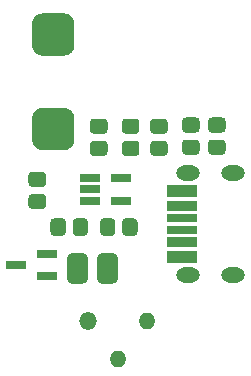
<source format=gbr>
%TF.GenerationSoftware,KiCad,Pcbnew,(5.1.6)-1*%
%TF.CreationDate,2022-07-31T05:26:31+09:00*%
%TF.ProjectId,az-core-bottom,617a2d63-6f72-4652-9d62-6f74746f6d2e,rev?*%
%TF.SameCoordinates,Original*%
%TF.FileFunction,Soldermask,Top*%
%TF.FilePolarity,Negative*%
%FSLAX46Y46*%
G04 Gerber Fmt 4.6, Leading zero omitted, Abs format (unit mm)*
G04 Created by KiCad (PCBNEW (5.1.6)-1) date 2022-07-31 05:26:31*
%MOMM*%
%LPD*%
G01*
G04 APERTURE LIST*
%ADD10R,1.700000X0.750000*%
%ADD11O,1.500000X1.500000*%
%ADD12O,1.400000X1.400000*%
%ADD13R,2.500000X1.000000*%
%ADD14R,2.500000X0.900000*%
%ADD15R,2.500000X0.800000*%
%ADD16O,2.000000X1.300000*%
G04 APERTURE END LIST*
D10*
%TO.C,U2*%
X150400000Y-112250000D03*
X150400000Y-114150000D03*
X147800000Y-113200000D03*
%TD*%
%TO.C,U1*%
X154100000Y-105850000D03*
X154100000Y-106800000D03*
X154100000Y-107750000D03*
X156700000Y-107750000D03*
X156700000Y-105850000D03*
%TD*%
%TO.C,J3*%
G36*
G01*
X153450000Y-114800000D02*
X152550000Y-114800000D01*
G75*
G02*
X152100000Y-114350000I0J450000D01*
G01*
X152100000Y-112650000D01*
G75*
G02*
X152550000Y-112200000I450000J0D01*
G01*
X153450000Y-112200000D01*
G75*
G02*
X153900000Y-112650000I0J-450000D01*
G01*
X153900000Y-114350000D01*
G75*
G02*
X153450000Y-114800000I-450000J0D01*
G01*
G37*
G36*
G01*
X155990000Y-114800000D02*
X155090000Y-114800000D01*
G75*
G02*
X154640000Y-114350000I0J450000D01*
G01*
X154640000Y-112650000D01*
G75*
G02*
X155090000Y-112200000I450000J0D01*
G01*
X155990000Y-112200000D01*
G75*
G02*
X156440000Y-112650000I0J-450000D01*
G01*
X156440000Y-114350000D01*
G75*
G02*
X155990000Y-114800000I-450000J0D01*
G01*
G37*
%TD*%
%TO.C,R1*%
G36*
G01*
X149175000Y-105312500D02*
X150025000Y-105312500D01*
G75*
G02*
X150350000Y-105637500I0J-325000D01*
G01*
X150350000Y-106287500D01*
G75*
G02*
X150025000Y-106612500I-325000J0D01*
G01*
X149175000Y-106612500D01*
G75*
G02*
X148850000Y-106287500I0J325000D01*
G01*
X148850000Y-105637500D01*
G75*
G02*
X149175000Y-105312500I325000J0D01*
G01*
G37*
G36*
G01*
X149175000Y-107187500D02*
X150025000Y-107187500D01*
G75*
G02*
X150350000Y-107512500I0J-325000D01*
G01*
X150350000Y-108162500D01*
G75*
G02*
X150025000Y-108487500I-325000J0D01*
G01*
X149175000Y-108487500D01*
G75*
G02*
X148850000Y-108162500I0J325000D01*
G01*
X148850000Y-107512500D01*
G75*
G02*
X149175000Y-107187500I325000J0D01*
G01*
G37*
%TD*%
%TO.C,LiPo*%
G36*
G01*
X151850000Y-95500000D02*
X150050000Y-95500000D01*
G75*
G02*
X149150000Y-94600000I0J900000D01*
G01*
X149150000Y-92800000D01*
G75*
G02*
X150050000Y-91900000I900000J0D01*
G01*
X151850000Y-91900000D01*
G75*
G02*
X152750000Y-92800000I0J-900000D01*
G01*
X152750000Y-94600000D01*
G75*
G02*
X151850000Y-95500000I-900000J0D01*
G01*
G37*
G36*
G01*
X151850000Y-103500000D02*
X150050000Y-103500000D01*
G75*
G02*
X149150000Y-102600000I0J900000D01*
G01*
X149150000Y-100800000D01*
G75*
G02*
X150050000Y-99900000I900000J0D01*
G01*
X151850000Y-99900000D01*
G75*
G02*
X152750000Y-100800000I0J-900000D01*
G01*
X152750000Y-102600000D01*
G75*
G02*
X151850000Y-103500000I-900000J0D01*
G01*
G37*
%TD*%
D11*
%TO.C,J4*%
X153900000Y-117950000D03*
D12*
X158900000Y-117950000D03*
X156400000Y-121150000D03*
%TD*%
%TO.C,R5*%
G36*
G01*
X164375000Y-100712500D02*
X165225000Y-100712500D01*
G75*
G02*
X165550000Y-101037500I0J-325000D01*
G01*
X165550000Y-101687500D01*
G75*
G02*
X165225000Y-102012500I-325000J0D01*
G01*
X164375000Y-102012500D01*
G75*
G02*
X164050000Y-101687500I0J325000D01*
G01*
X164050000Y-101037500D01*
G75*
G02*
X164375000Y-100712500I325000J0D01*
G01*
G37*
G36*
G01*
X164375000Y-102587500D02*
X165225000Y-102587500D01*
G75*
G02*
X165550000Y-102912500I0J-325000D01*
G01*
X165550000Y-103562500D01*
G75*
G02*
X165225000Y-103887500I-325000J0D01*
G01*
X164375000Y-103887500D01*
G75*
G02*
X164050000Y-103562500I0J325000D01*
G01*
X164050000Y-102912500D01*
G75*
G02*
X164375000Y-102587500I325000J0D01*
G01*
G37*
%TD*%
%TO.C,R4*%
G36*
G01*
X162175000Y-102587500D02*
X163025000Y-102587500D01*
G75*
G02*
X163350000Y-102912500I0J-325000D01*
G01*
X163350000Y-103562500D01*
G75*
G02*
X163025000Y-103887500I-325000J0D01*
G01*
X162175000Y-103887500D01*
G75*
G02*
X161850000Y-103562500I0J325000D01*
G01*
X161850000Y-102912500D01*
G75*
G02*
X162175000Y-102587500I325000J0D01*
G01*
G37*
G36*
G01*
X162175000Y-100712500D02*
X163025000Y-100712500D01*
G75*
G02*
X163350000Y-101037500I0J-325000D01*
G01*
X163350000Y-101687500D01*
G75*
G02*
X163025000Y-102012500I-325000J0D01*
G01*
X162175000Y-102012500D01*
G75*
G02*
X161850000Y-101687500I0J325000D01*
G01*
X161850000Y-101037500D01*
G75*
G02*
X162175000Y-100712500I325000J0D01*
G01*
G37*
%TD*%
D13*
%TO.C,REF\u002A\u002A*%
X161892000Y-106950000D03*
X161892000Y-112494000D03*
D14*
X161892000Y-108180000D03*
X161892000Y-111224000D03*
D15*
X161892000Y-110208000D03*
X161892000Y-109200000D03*
D16*
X166200000Y-105380000D03*
X166200000Y-114020000D03*
X162400000Y-105380000D03*
X162400000Y-114020000D03*
%TD*%
%TO.C,R3\u002A*%
G36*
G01*
X159475000Y-102687500D02*
X160325000Y-102687500D01*
G75*
G02*
X160650000Y-103012500I0J-325000D01*
G01*
X160650000Y-103662500D01*
G75*
G02*
X160325000Y-103987500I-325000J0D01*
G01*
X159475000Y-103987500D01*
G75*
G02*
X159150000Y-103662500I0J325000D01*
G01*
X159150000Y-103012500D01*
G75*
G02*
X159475000Y-102687500I325000J0D01*
G01*
G37*
G36*
G01*
X159475000Y-100812500D02*
X160325000Y-100812500D01*
G75*
G02*
X160650000Y-101137500I0J-325000D01*
G01*
X160650000Y-101787500D01*
G75*
G02*
X160325000Y-102112500I-325000J0D01*
G01*
X159475000Y-102112500D01*
G75*
G02*
X159150000Y-101787500I0J325000D01*
G01*
X159150000Y-101137500D01*
G75*
G02*
X159475000Y-100812500I325000J0D01*
G01*
G37*
%TD*%
%TO.C,R2*%
G36*
G01*
X155225000Y-103987500D02*
X154375000Y-103987500D01*
G75*
G02*
X154050000Y-103662500I0J325000D01*
G01*
X154050000Y-103012500D01*
G75*
G02*
X154375000Y-102687500I325000J0D01*
G01*
X155225000Y-102687500D01*
G75*
G02*
X155550000Y-103012500I0J-325000D01*
G01*
X155550000Y-103662500D01*
G75*
G02*
X155225000Y-103987500I-325000J0D01*
G01*
G37*
G36*
G01*
X155225000Y-102112500D02*
X154375000Y-102112500D01*
G75*
G02*
X154050000Y-101787500I0J325000D01*
G01*
X154050000Y-101137500D01*
G75*
G02*
X154375000Y-100812500I325000J0D01*
G01*
X155225000Y-100812500D01*
G75*
G02*
X155550000Y-101137500I0J-325000D01*
G01*
X155550000Y-101787500D01*
G75*
G02*
X155225000Y-102112500I-325000J0D01*
G01*
G37*
%TD*%
%TO.C,D1*%
G36*
G01*
X157075000Y-100812500D02*
X157925000Y-100812500D01*
G75*
G02*
X158250000Y-101137500I0J-325000D01*
G01*
X158250000Y-101787500D01*
G75*
G02*
X157925000Y-102112500I-325000J0D01*
G01*
X157075000Y-102112500D01*
G75*
G02*
X156750000Y-101787500I0J325000D01*
G01*
X156750000Y-101137500D01*
G75*
G02*
X157075000Y-100812500I325000J0D01*
G01*
G37*
G36*
G01*
X157075000Y-102687500D02*
X157925000Y-102687500D01*
G75*
G02*
X158250000Y-103012500I0J-325000D01*
G01*
X158250000Y-103662500D01*
G75*
G02*
X157925000Y-103987500I-325000J0D01*
G01*
X157075000Y-103987500D01*
G75*
G02*
X156750000Y-103662500I0J325000D01*
G01*
X156750000Y-103012500D01*
G75*
G02*
X157075000Y-102687500I325000J0D01*
G01*
G37*
%TD*%
%TO.C,C1*%
G36*
G01*
X156787500Y-110425000D02*
X156787500Y-109575000D01*
G75*
G02*
X157112500Y-109250000I325000J0D01*
G01*
X157762500Y-109250000D01*
G75*
G02*
X158087500Y-109575000I0J-325000D01*
G01*
X158087500Y-110425000D01*
G75*
G02*
X157762500Y-110750000I-325000J0D01*
G01*
X157112500Y-110750000D01*
G75*
G02*
X156787500Y-110425000I0J325000D01*
G01*
G37*
G36*
G01*
X154912500Y-110425000D02*
X154912500Y-109575000D01*
G75*
G02*
X155237500Y-109250000I325000J0D01*
G01*
X155887500Y-109250000D01*
G75*
G02*
X156212500Y-109575000I0J-325000D01*
G01*
X156212500Y-110425000D01*
G75*
G02*
X155887500Y-110750000I-325000J0D01*
G01*
X155237500Y-110750000D01*
G75*
G02*
X154912500Y-110425000I0J325000D01*
G01*
G37*
%TD*%
%TO.C,C2*%
G36*
G01*
X150712500Y-110425000D02*
X150712500Y-109575000D01*
G75*
G02*
X151037500Y-109250000I325000J0D01*
G01*
X151687500Y-109250000D01*
G75*
G02*
X152012500Y-109575000I0J-325000D01*
G01*
X152012500Y-110425000D01*
G75*
G02*
X151687500Y-110750000I-325000J0D01*
G01*
X151037500Y-110750000D01*
G75*
G02*
X150712500Y-110425000I0J325000D01*
G01*
G37*
G36*
G01*
X152587500Y-110425000D02*
X152587500Y-109575000D01*
G75*
G02*
X152912500Y-109250000I325000J0D01*
G01*
X153562500Y-109250000D01*
G75*
G02*
X153887500Y-109575000I0J-325000D01*
G01*
X153887500Y-110425000D01*
G75*
G02*
X153562500Y-110750000I-325000J0D01*
G01*
X152912500Y-110750000D01*
G75*
G02*
X152587500Y-110425000I0J325000D01*
G01*
G37*
%TD*%
M02*

</source>
